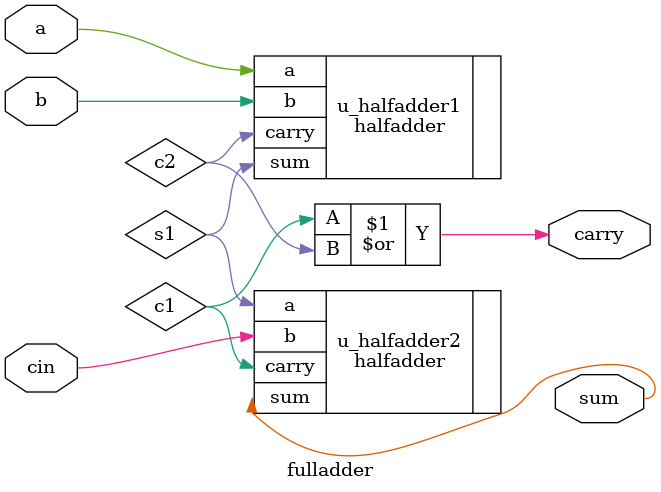
<source format=v>
module fulladder(
  input wire a,
  input wire b,
  input wire cin,

  output wire sum,
  output wire carry

);
 wire s1,c1,c2;

halfadder u_halfadder1(
  .a(a),
  .b(b),
  .sum(s1),
  .carry(c2)
);

halfadder u_halfadder2(
  .a(s1),
  .b(cin),
  .sum(sum),
  .carry(c1)
);

assign carry = c1 | c2;

endmodule
</source>
